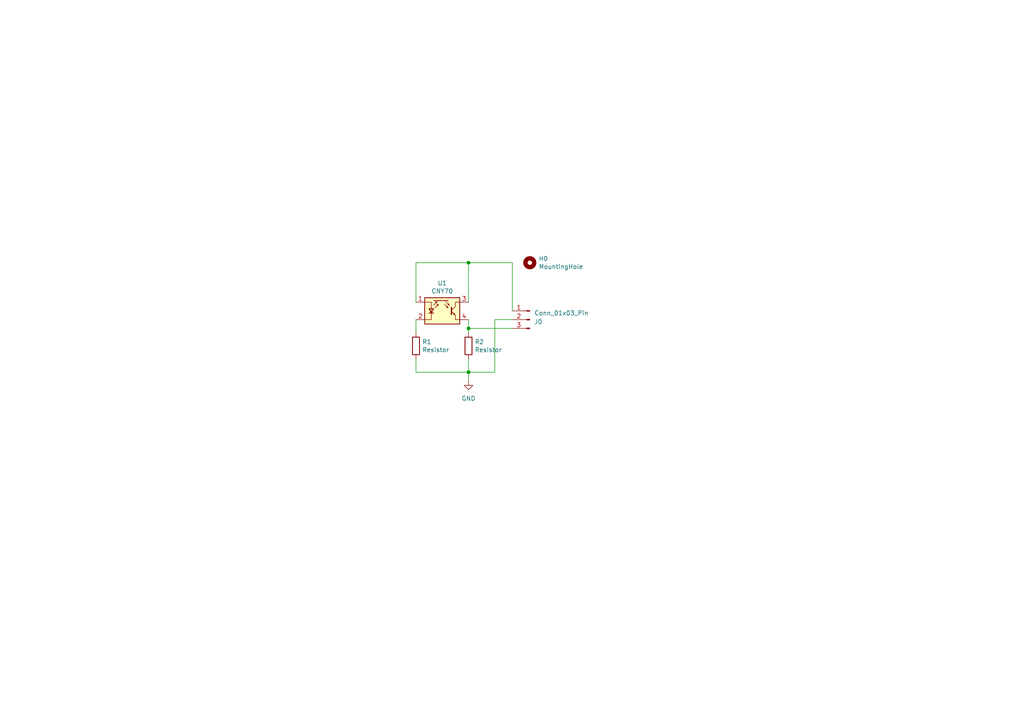
<source format=kicad_sch>
(kicad_sch (version 20231120) (generator "eeschema") (generator_version "8.0")
  (paper "A4")
  (lib_symbols
    (symbol "Connector:Conn_01x03_Pin" (pin_names (offset 1.016) hide)
      (property "Reference" "J" (at 0 5.08 0))
      (property "Value" "Conn_01x03_Pin" (at 0 -5.08 0))
      (symbol "Conn_01x03_Pin_1_1"
        (polyline (pts (xy 1.27 -2.54) (xy 0.8636 -2.54)) (stroke (width 0.1524)))
        (polyline (pts (xy 1.27 0) (xy 0.8636 0)) (stroke (width 0.1524)))
        (polyline (pts (xy 1.27 2.54) (xy 0.8636 2.54)) (stroke (width 0.1524)))
        (rectangle (start 0.8636 -2.413) (end 0 -2.667) (stroke (width 0.1524)) (fill (type outline)))
        (rectangle (start 0.8636 0.127) (end 0 -0.127) (stroke (width 0.1524)) (fill (type outline)))
        (rectangle (start 0.8636 2.667) (end 0 2.413) (stroke (width 0.1524)) (fill (type outline)))
        (pin passive line (at 5.08 2.54 180) (length 3.81) (name "Pin_1") (number "1"))
        (pin passive line (at 5.08 0 180) (length 3.81) (name "Pin_2") (number "2"))
        (pin passive line (at 5.08 -2.54 180) (length 3.81) (name "Pin_3") (number "3"))
      )
    )
    (symbol "Device:R" (pin_numbers hide) (pin_names (offset 0))
      (property "Reference" "R" (at 2.032 0 90))
      (property "Value" "R" (at 0 0 90))
      (symbol "R_0_1"
        (rectangle (start -1.016 -2.54) (end 1.016 2.54) (stroke (width 0.254)))
      )
      (symbol "R_1_1"
        (pin passive line (at 0 3.81 270) (length 1.27) (name "~") (number "1"))
        (pin passive line (at 0 -3.81 90) (length 1.27) (name "~") (number "2"))
      )
    )
    (symbol "Mechanical:MountingHole" (pin_names (offset 1.016))
      (property "Reference" "H" (at 0 5.08 0))
      (property "Value" "MountingHole" (at 0 3.175 0))
      (symbol "MountingHole_0_1"
        (circle (center 0 0) (radius 1.27) (stroke (width 1.27)))
      )
    )
    (symbol "Sensor_Proximity:CNY70" (pin_names (offset 1.016) hide)
      (property "Reference" "U" (at -5.08 5.08 0))
      (property "Value" "CNY70" (at 5.08 5.08 0))
      (symbol "CNY70_0_1"
        (polyline (pts (xy -3.81 -0.635) (xy -2.54 -0.635)) (stroke (width 0.254)))
        (polyline (pts (xy -2.286 2.921) (xy -2.032 3.175)))
        (polyline (pts (xy -1.778 2.921) (xy -1.524 3.175)))
        (polyline (pts (xy -1.524 2.667) (xy -1.651 2.159)))
        (polyline (pts (xy -1.27 2.921) (xy -1.016 3.175)))
        (polyline (pts (xy -1.143 1.905) (xy -1.27 1.397)))
        (polyline (pts (xy -0.762 2.921) (xy -0.508 3.175)))
        (polyline (pts (xy -0.254 2.921) (xy 0 3.175)))
        (polyline (pts (xy 0.254 2.921) (xy 0.508 3.175)))
        (polyline (pts (xy 0.762 2.921) (xy 1.016 3.175)))
        (polyline (pts (xy 1.27 2.921) (xy 1.524 3.175)))
        (polyline (pts (xy 1.651 0.889) (xy 1.143 1.016)))
        (polyline (pts (xy 1.778 2.921) (xy -2.413 2.921)))
        (polyline (pts (xy 2.032 1.651) (xy 1.524 1.778)))
        (polyline (pts (xy 2.667 -0.127) (xy 3.81 -1.27)))
        (polyline (pts (xy 2.667 0.127) (xy 3.81 1.27)))
        (polyline (pts (xy -2.54 1.651) (xy -1.524 2.667) (xy -2.032 2.54)))
        (polyline (pts (xy -2.159 0.889) (xy -1.143 1.905) (xy -1.651 1.778)))
        (polyline (pts (xy 0.635 1.905) (xy 1.651 0.889) (xy 1.524 1.397)))
        (polyline (pts (xy 1.016 2.667) (xy 2.032 1.651) (xy 1.905 2.159)))
        (polyline (pts (xy 2.667 1.016) (xy 2.667 -1.016) (xy 2.667 -1.016)) (stroke (width 0.3556)))
        (polyline (pts (xy 3.81 -1.27) (xy 3.81 -2.54) (xy 5.08 -2.54)))
        (polyline (pts (xy 3.81 1.27) (xy 3.81 2.54) (xy 5.08 2.54)))
        (polyline (pts (xy -5.08 -2.54) (xy -3.175 -2.54) (xy -3.175 2.54) (xy -5.08 2.54)))
        (polyline (pts (xy -3.175 -0.635) (xy -3.81 0.635) (xy -2.54 0.635) (xy -3.175 -0.635)) (stroke (width 0.254)))
        (polyline (pts (xy 3.683 -1.143) (xy 3.429 -0.635) (xy 3.175 -0.889) (xy 3.683 -1.143)))
        (polyline (pts (xy -5.08 -3.81) (xy 5.08 -3.81) (xy 5.08 3.81) (xy -5.08 3.81) (xy -5.08 -3.81)) (stroke (width 0.254)) (fill (type background)))
      )
      (symbol "CNY70_1_1"
        (pin passive line (at -7.62 2.54 0) (length 2.54) (name "A") (number "1"))
        (pin passive line (at -7.62 -2.54 0) (length 2.54) (name "K") (number "2"))
        (pin open_collector line (at 7.62 2.54 180) (length 2.54) (name "C") (number "3"))
        (pin open_emitter line (at 7.62 -2.54 180) (length 2.54) (name "E") (number "4"))
      )
    )
    (symbol "power:GND" (power) (pin_numbers hide) (pin_names (offset 0) hide)
      (property "Value" "GND" (at 0 -3.81 0))
      (symbol "GND_0_1"
        (polyline (pts (xy 0 0) (xy 0 -1.27) (xy 1.27 -1.27) (xy 0 -2.54) (xy -1.27 -1.27) (xy 0 -1.27)))
      )
      (symbol "GND_1_1"
        (pin power_in line (at 0 0 270) (length 0) (name "~") (number "1"))
      )
    )
  )
  (junction (at 135.89 76.2))
  (junction (at 135.89 95.25))
  (junction (at 135.89 107.95))
  (wire (pts (xy 135.89 76.2) (xy 148.59 76.2)))
  (wire (pts (xy 120.65 107.95) (xy 135.89 107.95)))
  (wire (pts (xy 143.51 92.71) (xy 148.59 92.71)))
  (wire (pts (xy 120.65 87.63) (xy 120.65 76.2)))
  (wire (pts (xy 120.65 76.2) (xy 135.89 76.2)))
  (wire (pts (xy 135.89 76.2) (xy 135.89 87.63)))
  (wire (pts (xy 120.65 92.71) (xy 120.65 96.52)))
  (wire (pts (xy 135.89 107.95) (xy 135.89 110.49)))
  (wire (pts (xy 120.65 104.14) (xy 120.65 107.95)))
  (wire (pts (xy 143.51 107.95) (xy 143.51 92.71)))
  (wire (pts (xy 135.89 107.95) (xy 143.51 107.95)))
  (wire (pts (xy 135.89 95.25) (xy 135.89 96.52)))
  (wire (pts (xy 135.89 92.71) (xy 135.89 95.25)))
  (wire (pts (xy 148.59 76.2) (xy 148.59 90.17)))
  (wire (pts (xy 135.89 95.25) (xy 148.59 95.25)))
  (wire (pts (xy 135.89 104.14) (xy 135.89 107.95)))
  (symbol (lib_id "Sensor_Proximity:CNY70") (at 128.27 90.17 0) (unit 1)
    (property "Reference" "U1" (at 128.27 82.1182 0))
    (property "Value" "CNY70" (at 128.27 84.4296 0))
    (property "Footprint" "stem_piano_footprints:Vishay_CNY70" (effects (hide yes)))
    (property "Datasheet" "https://www.vishay.com/docs/83751/cny70.pdf" (effects (hide yes)))
    (property "Description" "Reflective Optical Sensor with Transistor Output" (effects (hide yes)))
  )
  (symbol (lib_id "Device:R") (at 120.65 100.33 0) (unit 1)
    (property "Reference" "R1" (at 122.428 99.1616 0) (effects (justify left)))
    (property "Value" "Resistor" (at 122.428 101.473 0) (effects (justify left)))
    (property "Footprint" "stem_piano_footprints:R_0805_2012_1.20x1.40mm_medpad" (effects (hide yes)))
  )
  (symbol (lib_id "Device:R") (at 135.89 100.33 0) (unit 1)
    (property "Reference" "R2" (at 137.668 99.1616 0) (effects (justify left)))
    (property "Value" "Resistor" (at 137.668 101.473 0) (effects (justify left)))
    (property "Footprint" "stem_piano_footprints:R_0805_2012_1.20x1.40mm_medpad" (effects (hide yes)))
  )
  (symbol (lib_id "Mechanical:MountingHole") (at 153.67 76.2 0) (unit 1)
    (property "Reference" "H0" (at 156.21 75.0316 0) (effects (justify left)))
    (property "Value" "MountingHole" (at 156.21 77.343 0) (effects (justify left)))
    (property "Footprint" "MountingHole:MountingHole_3.5mm_Pad_TopBottom" (effects (hide yes)))
  )
  (symbol (lib_id "power:GND") (at 135.89 110.49 0) (unit 1)
    (property "Reference" "#PWR01" (effects (hide yes)))
    (property "Value" "GND" (at 135.89 115.57 0))
    (property "Description" "Power symbol creates a global label with name \"GND\" , ground" (effects (hide yes)))
  )
  (symbol (lib_id "Connector:Conn_01x03_Pin") (at 153.67 92.71 0) (mirror y) (unit 1)
    (property "Reference" "J0" (at 154.94 93.345 0) (effects (justify right)))
    (property "Value" "Conn_01x03_Pin" (at 154.94 90.805 0) (effects (justify right)))
    (property "Footprint" "Connector_PinHeader_2.54mm:PinHeader_1x03_P2.54mm_Vertical" (effects (hide yes)))
  )
)
</source>
